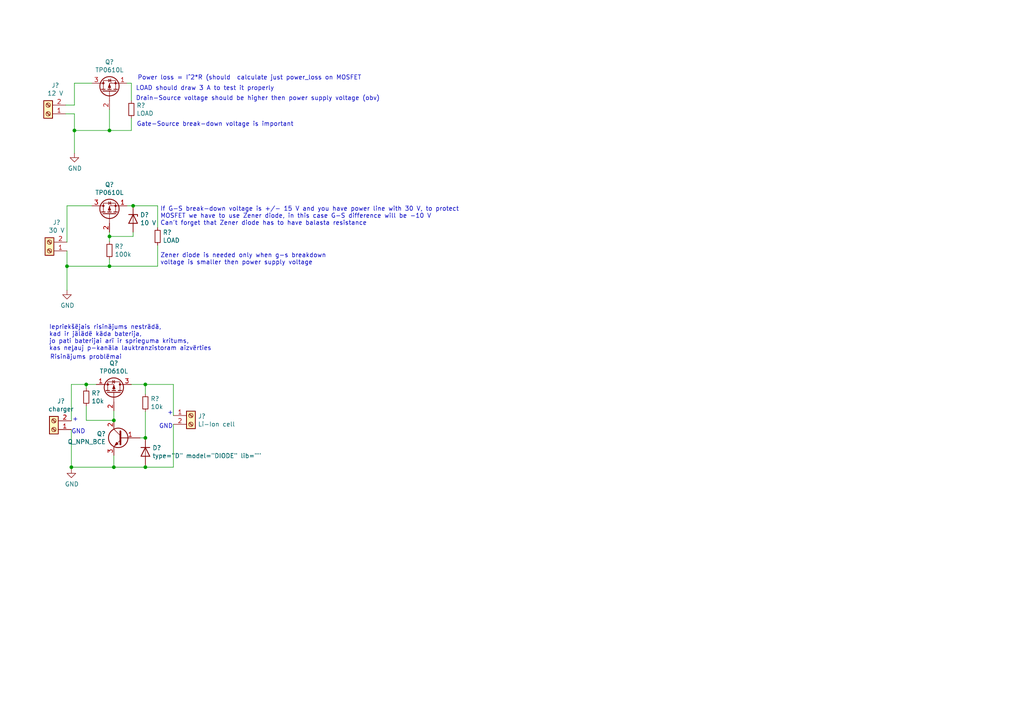
<source format=kicad_sch>
(kicad_sch (version 20231120) (generator "eeschema") (generator_version "8.0")
  (paper "A4")
  (lib_symbols
    (symbol "Connector:Screw_Terminal_01x02" (pin_names (offset 1.016) hide)
      (property "Reference" "J" (at 0 2.54 0))
      (property "Value" "Screw_Terminal_01x02" (at 0 -5.08 0))
      (symbol "Screw_Terminal_01x02_1_1"
        (rectangle (start -1.27 1.27) (end 1.27 -3.81) (stroke (width 0.254)) (fill (type background)))
        (circle (center 0 -2.54) (radius 0.635) (stroke (width 0.1524)))
        (polyline (pts (xy -0.5334 -2.2098) (xy 0.3302 -3.048)) (stroke (width 0.1524)))
        (polyline (pts (xy -0.5334 0.3302) (xy 0.3302 -0.508)) (stroke (width 0.1524)))
        (polyline (pts (xy -0.3556 -2.032) (xy 0.508 -2.8702)) (stroke (width 0.1524)))
        (polyline (pts (xy -0.3556 0.508) (xy 0.508 -0.3302)) (stroke (width 0.1524)))
        (circle (center 0 0) (radius 0.635) (stroke (width 0.1524)))
        (pin passive line (at -5.08 0 0) (length 3.81) (name "Pin_1") (number "1"))
        (pin passive line (at -5.08 -2.54 0) (length 3.81) (name "Pin_2") (number "2"))
      )
    )
    (symbol "Device:D_Zener" (pin_numbers hide) (pin_names (offset 1.016) hide)
      (property "Reference" "D" (at 0 2.54 0))
      (property "Value" "D_Zener" (at 0 -2.54 0))
      (symbol "D_Zener_0_1"
        (polyline (pts (xy 1.27 0) (xy -1.27 0)))
        (polyline (pts (xy -1.27 -1.27) (xy -1.27 1.27) (xy -0.762 1.27)) (stroke (width 0.254)))
        (polyline (pts (xy 1.27 -1.27) (xy 1.27 1.27) (xy -1.27 0) (xy 1.27 -1.27)) (stroke (width 0.254)))
      )
      (symbol "D_Zener_1_1"
        (pin passive line (at -3.81 0 0) (length 2.54) (name "K") (number "1"))
        (pin passive line (at 3.81 0 180) (length 2.54) (name "A") (number "2"))
      )
    )
    (symbol "Device:Q_NPN_BCE" (pin_names (offset 0) hide)
      (property "Reference" "Q" (at 5.08 1.27 0))
      (property "Value" "Q_NPN_BCE" (at 5.08 -1.27 0))
      (symbol "Q_NPN_BCE_0_1"
        (polyline (pts (xy 0.635 0.635) (xy 2.54 2.54)))
        (polyline (pts (xy 0.635 -0.635) (xy 2.54 -2.54) (xy 2.54 -2.54)))
        (polyline (pts (xy 0.635 1.905) (xy 0.635 -1.905) (xy 0.635 -1.905)) (stroke (width 0.508)))
        (polyline (pts (xy 1.27 -1.778) (xy 1.778 -1.27) (xy 2.286 -2.286) (xy 1.27 -1.778) (xy 1.27 -1.778)) (fill (type outline)))
        (circle (center 1.27 0) (radius 2.8194) (stroke (width 0.254)))
      )
      (symbol "Q_NPN_BCE_1_1"
        (pin input line (at -5.08 0 0) (length 5.715) (name "B") (number "1"))
        (pin passive line (at 2.54 5.08 270) (length 2.54) (name "C") (number "2"))
        (pin passive line (at 2.54 -5.08 90) (length 2.54) (name "E") (number "3"))
      )
    )
    (symbol "Device:R_Small" (pin_numbers hide) (pin_names (offset 0.254) hide)
      (property "Reference" "R" (at 0.762 0.508 0))
      (property "Value" "R_Small" (at 0.762 -1.016 0))
      (symbol "R_Small_0_1"
        (rectangle (start -0.762 1.778) (end 0.762 -1.778) (stroke (width 0.2032)))
      )
      (symbol "R_Small_1_1"
        (pin passive line (at 0 2.54 270) (length 0.762) (name "~") (number "1"))
        (pin passive line (at 0 -2.54 90) (length 0.762) (name "~") (number "2"))
      )
    )
    (symbol "Transistor_FET:TP0610L" (pin_names hide)
      (property "Reference" "Q" (at 5.08 1.905 0))
      (property "Value" "TP0610L" (at 5.08 0 0))
      (symbol "TP0610L_0_1"
        (polyline (pts (xy 0.254 0) (xy -2.54 0)))
        (polyline (pts (xy 0.254 1.905) (xy 0.254 -1.905)) (stroke (width 0.254)))
        (polyline (pts (xy 0.762 -1.27) (xy 0.762 -2.286)) (stroke (width 0.254)))
        (polyline (pts (xy 0.762 0.508) (xy 0.762 -0.508)) (stroke (width 0.254)))
        (polyline (pts (xy 0.762 2.286) (xy 0.762 1.27)) (stroke (width 0.254)))
        (polyline (pts (xy 2.54 2.54) (xy 2.54 1.778)))
        (polyline (pts (xy 2.54 -2.54) (xy 2.54 0) (xy 0.762 0)))
        (polyline (pts (xy 0.762 1.778) (xy 3.302 1.778) (xy 3.302 -1.778) (xy 0.762 -1.778)))
        (polyline (pts (xy 2.286 0) (xy 1.27 0.381) (xy 1.27 -0.381) (xy 2.286 0)) (fill (type outline)))
        (polyline (pts (xy 2.794 -0.508) (xy 2.921 -0.381) (xy 3.683 -0.381) (xy 3.81 -0.254)))
        (polyline (pts (xy 3.302 -0.381) (xy 2.921 0.254) (xy 3.683 0.254) (xy 3.302 -0.381)))
        (circle (center 1.651 0) (radius 2.794) (stroke (width 0.254)))
        (circle (center 2.54 -1.778) (radius 0.254) (fill (type outline)))
        (circle (center 2.54 1.778) (radius 0.254) (fill (type outline)))
      )
      (symbol "TP0610L_1_1"
        (pin passive line (at 2.54 -5.08 90) (length 2.54) (name "S") (number "1"))
        (pin input line (at -5.08 0 0) (length 2.54) (name "G") (number "2"))
        (pin passive line (at 2.54 5.08 270) (length 2.54) (name "D") (number "3"))
      )
    )
    (symbol "reverse_voltage_protection-rescue:DIODE-Simulation_SPICE" (pin_numbers hide) (pin_names (offset 1.016) hide)
      (property "Reference" "D" (at 0 2.54 0))
      (property "Value" "${SIM.PARAMS}" (at 0 -2.54 0))
      (symbol "DIODE-Simulation_SPICE_0_1"
        (polyline (pts (xy 1.27 0) (xy -1.27 0)))
        (polyline (pts (xy 1.27 1.27) (xy 1.27 -1.27)) (stroke (width 0.254)))
        (polyline (pts (xy -1.27 -1.27) (xy -1.27 1.27) (xy 1.27 0) (xy -1.27 -1.27)) (stroke (width 0.254)))
      )
      (symbol "DIODE-Simulation_SPICE_1_1"
        (pin passive line (at -3.81 0 0) (length 2.54) (name "A") (number "1"))
        (pin passive line (at 3.81 0 180) (length 2.54) (name "K") (number "2"))
      )
    )
    (symbol "reverse_voltage_protection-rescue:GND-power" (power) (pin_names (offset 0))
      (property "Value" "power_GND" (at 0 -3.81 0))
      (symbol "GND-power_0_1"
        (polyline (pts (xy 0 0) (xy 0 -1.27) (xy 1.27 -1.27) (xy 0 -2.54) (xy -1.27 -1.27) (xy 0 -1.27)))
      )
      (symbol "GND-power_1_1"
        (pin power_in line (at 0 0 270) (length 0) hide (name "GND") (number "1"))
      )
    )
  )
  (junction (at 20.701 135.509))
  (junction (at 31.75 37.846))
  (junction (at 42.164 111.506))
  (junction (at 19.431 77.216))
  (junction (at 31.75 77.216))
  (junction (at 38.608 59.69))
  (junction (at 42.164 127))
  (junction (at 42.164 135.509))
  (junction (at 33.02 135.509))
  (junction (at 25.019 111.506))
  (junction (at 33.02 121.92))
  (junction (at 21.59 37.846))
  (junction (at 31.75 68.58))
  (wire (pts (xy 45.72 77.216) (xy 45.72 71.12)))
  (wire (pts (xy 21.59 33.02) (xy 21.59 37.846)))
  (wire (pts (xy 42.164 111.506) (xy 50.292 111.506)))
  (wire (pts (xy 19.431 77.216) (xy 31.75 77.216)))
  (wire (pts (xy 25.019 111.506) (xy 27.94 111.506)))
  (wire (pts (xy 19.431 59.69) (xy 26.67 59.69)))
  (wire (pts (xy 20.701 122.047) (xy 20.701 111.506)))
  (wire (pts (xy 42.164 127) (xy 42.164 119.38)))
  (wire (pts (xy 38.1 37.846) (xy 38.1 34.29)))
  (wire (pts (xy 31.75 37.846) (xy 21.59 37.846)))
  (wire (pts (xy 42.164 127.254) (xy 42.164 127)))
  (wire (pts (xy 25.019 121.92) (xy 33.02 121.92)))
  (wire (pts (xy 31.75 77.216) (xy 45.72 77.216)))
  (wire (pts (xy 38.1 24.13) (xy 36.83 24.13)))
  (wire (pts (xy 20.701 124.587) (xy 20.701 135.509)))
  (wire (pts (xy 50.292 111.506) (xy 50.292 120.523)))
  (wire (pts (xy 45.72 59.69) (xy 38.608 59.69)))
  (wire (pts (xy 19.431 72.771) (xy 19.431 77.216)))
  (wire (pts (xy 38.608 68.58) (xy 38.608 67.31)))
  (wire (pts (xy 33.02 135.509) (xy 20.701 135.509)))
  (wire (pts (xy 33.02 121.92) (xy 33.02 119.126)))
  (wire (pts (xy 31.75 67.31) (xy 31.75 68.58)))
  (wire (pts (xy 19.431 77.216) (xy 19.431 84.201)))
  (wire (pts (xy 21.59 24.13) (xy 26.67 24.13)))
  (wire (pts (xy 31.75 37.846) (xy 38.1 37.846)))
  (wire (pts (xy 20.701 111.506) (xy 25.019 111.506)))
  (wire (pts (xy 31.75 68.58) (xy 38.608 68.58)))
  (wire (pts (xy 40.64 127) (xy 42.164 127)))
  (wire (pts (xy 45.72 66.04) (xy 45.72 59.69)))
  (wire (pts (xy 31.75 31.75) (xy 31.75 37.846)))
  (wire (pts (xy 20.701 135.509) (xy 20.701 136.017)))
  (wire (pts (xy 25.019 117.729) (xy 25.019 121.92)))
  (wire (pts (xy 19.05 33.02) (xy 21.59 33.02)))
  (wire (pts (xy 42.164 111.506) (xy 42.164 114.3)))
  (wire (pts (xy 38.1 29.21) (xy 38.1 24.13)))
  (wire (pts (xy 21.59 24.13) (xy 21.59 30.48)))
  (wire (pts (xy 42.164 134.874) (xy 42.164 135.509)))
  (wire (pts (xy 42.164 135.509) (xy 33.02 135.509)))
  (wire (pts (xy 31.75 75.184) (xy 31.75 77.216)))
  (wire (pts (xy 50.292 123.063) (xy 50.292 135.509)))
  (wire (pts (xy 21.59 37.846) (xy 21.59 44.45)))
  (wire (pts (xy 38.1 111.506) (xy 42.164 111.506)))
  (wire (pts (xy 19.431 70.231) (xy 19.431 59.69)))
  (wire (pts (xy 33.02 132.08) (xy 33.02 135.509)))
  (wire (pts (xy 21.59 30.48) (xy 19.05 30.48)))
  (wire (pts (xy 50.292 135.509) (xy 42.164 135.509)))
  (wire (pts (xy 38.608 59.69) (xy 36.83 59.69)))
  (wire (pts (xy 31.75 68.58) (xy 31.75 70.104)))
  (wire (pts (xy 25.019 112.649) (xy 25.019 111.506)))
  (text "+\n" (at 48.514 120.523 0) (effects (font (size 1.27 1.27)) (justify left bottom)))
  (text "LOAD should draw 3 A to test it properly\n" (at 39.37 26.416 0) (effects (font (size 1.27 1.27)) (justify left bottom)))
  (text "If G-S break-down voltage is +/- 15 V and you have power line with 30 V, to protect\nMOSFET we have to use Zener diode, in this case G-S difference will be -10 V\nCan't forget that Zener diode has to have balasta resistance\n" (at 46.482 65.532 0) (effects (font (size 1.27 1.27)) (justify left bottom)))
  (text "GND\n" (at 46.101 124.46 0) (effects (font (size 1.27 1.27)) (justify left bottom)))
  (text "+\n" (at 20.955 122.428 0) (effects (font (size 1.27 1.27)) (justify left bottom)))
  (text "Power loss = I^2*R (should  calculate just power_loss on MOSFET\n" (at 39.878 23.368 0) (effects (font (size 1.27 1.27)) (justify left bottom)))
  (text "Iepriekšējais risinājums nestrādā, \nkad ir jālādē kāda baterija, \njo pati baterijai arī ir sprieguma kritums, \nkas neļauj p-kanāla lauktranzistoram aizvērties\n" (at 14.224 101.854 0) (effects (font (size 1.27 1.27)) (justify left bottom)))
  (text "Zener diode is needed only when g-s breakdown \nvoltage is smaller then power supply voltage" (at 46.482 76.962 0) (effects (font (size 1.27 1.27)) (justify left bottom)))
  (text "Drain-Source voltage should be higher then power supply voltage (obv)\n" (at 39.37 29.337 0) (effects (font (size 1.27 1.27)) (justify left bottom)))
  (text "Gate-Source break-down voltage is important" (at 39.624 36.83 0) (effects (font (size 1.27 1.27)) (justify left bottom)))
  (text "GND\n" (at 20.701 125.984 0) (effects (font (size 1.27 1.27)) (justify left bottom)))
  (text "Risinājums problēmai" (at 14.478 104.394 0) (effects (font (size 1.27 1.27)) (justify left bottom)))
  (symbol (lib_id "Transistor_FET:TP0610L") (at 31.75 26.67 90) (unit 1)
    (property "Reference" "Q?" (at 31.75 17.9832 90))
    (property "Value" "TP0610L" (at 31.75 20.2946 90))
    (property "Footprint" "Package_TO_SOT_THT:TO-92L_Inline" (effects (hide yes)))
    (property "Datasheet" "http://www.vishay.com/docs/70209/70209.pdf" (effects (hide yes)))
  )
  (symbol (lib_id "Connector:Screw_Terminal_01x02") (at 13.97 33.02 180) (unit 1)
    (property "Reference" "J?" (at 16.0528 24.765 0))
    (property "Value" "12 V" (at 16.0528 27.0764 0))
  )
  (symbol (lib_id "reverse_voltage_protection-rescue:GND-power") (at 21.59 44.45 0) (unit 1)
    (property "Reference" "#PWR?" (effects (hide yes)))
    (property "Value" "GND" (at 21.717 48.8442 0))
  )
  (symbol (lib_id "Device:R_Small") (at 38.1 31.75 0) (unit 1)
    (property "Reference" "R?" (at 39.5986 30.5816 0) (effects (justify left)))
    (property "Value" "LOAD" (at 39.5986 32.893 0) (effects (justify left)))
  )
  (symbol (lib_id "Transistor_FET:TP0610L") (at 31.75 62.23 90) (unit 1)
    (property "Reference" "Q?" (at 31.75 53.5432 90))
    (property "Value" "TP0610L" (at 31.75 55.8546 90))
    (property "Footprint" "Package_TO_SOT_THT:TO-92L_Inline" (effects (hide yes)))
    (property "Datasheet" "http://www.vishay.com/docs/70209/70209.pdf" (effects (hide yes)))
  )
  (symbol (lib_id "Connector:Screw_Terminal_01x02") (at 14.351 72.771 180) (unit 1)
    (property "Reference" "J?" (at 16.4338 64.516 0))
    (property "Value" "30 V" (at 16.4338 66.8274 0))
  )
  (symbol (lib_id "reverse_voltage_protection-rescue:GND-power") (at 19.431 84.201 0) (unit 1)
    (property "Reference" "#PWR?" (effects (hide yes)))
    (property "Value" "GND" (at 19.558 88.5952 0))
  )
  (symbol (lib_id "Device:R_Small") (at 45.72 68.58 0) (unit 1)
    (property "Reference" "R?" (at 47.2186 67.4116 0) (effects (justify left)))
    (property "Value" "LOAD" (at 47.2186 69.723 0) (effects (justify left)))
  )
  (symbol (lib_id "Device:R_Small") (at 31.75 72.644 0) (unit 1)
    (property "Reference" "R?" (at 33.2486 71.4756 0) (effects (justify left)))
    (property "Value" "100k" (at 33.2486 73.787 0) (effects (justify left)))
  )
  (symbol (lib_id "Device:D_Zener") (at 38.608 63.5 270) (unit 1)
    (property "Reference" "D?" (at 40.64 62.3316 90) (effects (justify left)))
    (property "Value" "10 V" (at 40.64 64.643 90) (effects (justify left)))
  )
  (symbol (lib_id "Transistor_FET:TP0610L") (at 33.02 114.046 270) (mirror x) (unit 1)
    (property "Reference" "Q?" (at 33.02 105.3592 90))
    (property "Value" "TP0610L" (at 33.02 107.6706 90))
    (property "Footprint" "Package_TO_SOT_THT:TO-92L_Inline" (effects (hide yes)))
    (property "Datasheet" "http://www.vishay.com/docs/70209/70209.pdf" (effects (hide yes)))
  )
  (symbol (lib_id "Connector:Screw_Terminal_01x02") (at 15.621 124.587 180) (unit 1)
    (property "Reference" "J?" (at 17.7038 116.332 0))
    (property "Value" "charger" (at 17.7038 118.6434 0))
  )
  (symbol (lib_id "reverse_voltage_protection-rescue:GND-power") (at 20.701 136.017 0) (unit 1)
    (property "Reference" "#PWR?" (effects (hide yes)))
    (property "Value" "GND" (at 20.828 140.4112 0))
  )
  (symbol (lib_id "Device:R_Small") (at 25.019 115.189 0) (unit 1)
    (property "Reference" "R?" (at 26.5176 114.0206 0) (effects (justify left)))
    (property "Value" "10k" (at 26.5176 116.332 0) (effects (justify left)))
  )
  (symbol (lib_id "Connector:Screw_Terminal_01x02") (at 55.372 120.523 0) (unit 1)
    (property "Reference" "J?" (at 57.404 120.7262 0) (effects (justify left)))
    (property "Value" "Li-Ion cell" (at 57.404 123.0376 0) (effects (justify left)))
  )
  (symbol (lib_id "Device:Q_NPN_BCE") (at 35.56 127 0) (mirror y) (unit 1)
    (property "Reference" "Q?" (at 30.7086 125.8316 0) (effects (justify left)))
    (property "Value" "Q_NPN_BCE" (at 30.7086 128.143 0) (effects (justify left)))
  )
  (symbol (lib_id "Device:R_Small") (at 42.164 116.84 0) (unit 1)
    (property "Reference" "R?" (at 43.6626 115.6716 0) (effects (justify left)))
    (property "Value" "10k" (at 43.6626 117.983 0) (effects (justify left)))
  )
  (symbol (lib_id "reverse_voltage_protection-rescue:DIODE-Simulation_SPICE") (at 42.164 131.064 90) (unit 1)
    (property "Reference" "D?" (at 44.196 129.8956 90) (effects (justify right)))
    (property "Value" "DIODE" (at 44.196 132.207 90) (effects (justify right)))
    (property "Spice_Netlist_Enabled" "Y" (effects (hide yes)))
    (property "Spice_Primitive" "D" (effects (hide yes)))
  )
)
</source>
